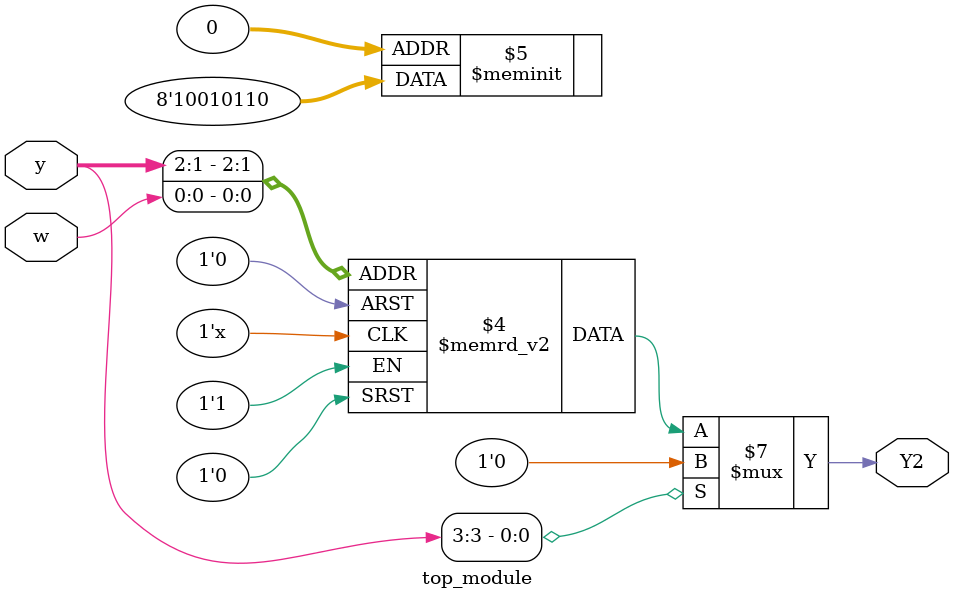
<source format=sv>
module top_module(
  input [3:1] y,
  input w,
  output reg Y2
);

  always @* begin
    case({y, w})
      // Transition logic for state A
      3'd0: Y2 = 1'b0;
      3'd1: Y2 = 1'b1;

      // Transition logic for state B
      3'd2: Y2 = 1'b1;
      3'd3: Y2 = 1'b0;

      // Transition logic for state C
      3'd4: Y2 = 1'b1;
      3'd5: Y2 = 1'b0;

      // Transition logic for state D
      3'd6: Y2 = 1'b0;
      3'd7: Y2 = 1'b1;

      // Transition logic for state E
      3'd8: Y2 = 1'b1;
      3'd9: Y2 = 1'b0;

      // Transition logic for state F
      3'd10: Y2 = 1'b1;
      3'd11: Y2 = 1'b0;

      default: Y2 = 1'b0;
    endcase
  end

endmodule

</source>
